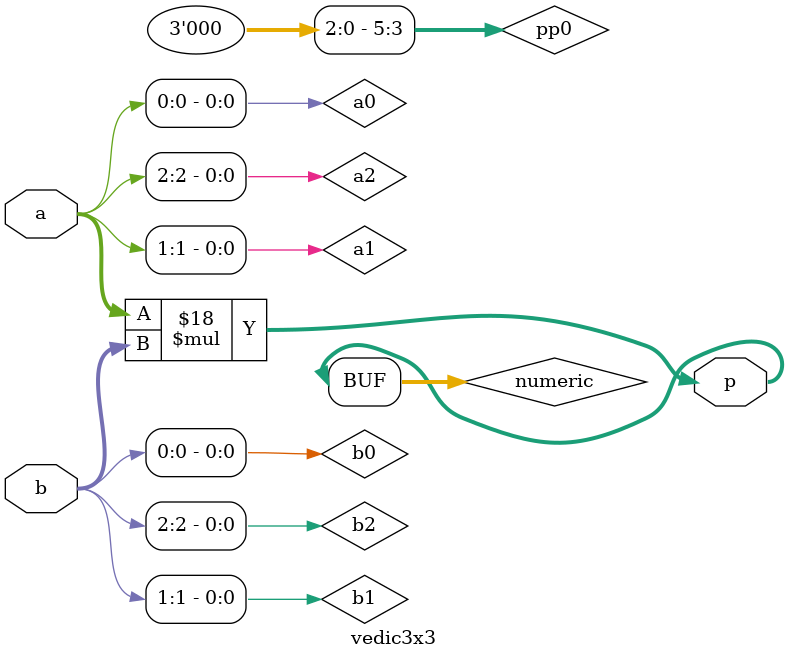
<source format=v>

`timescale 1ns/1ps
module vedic3x3 (
    input  wire [2:0] a,
    input  wire [2:0] b,
    output wire [5:0] p
);
    // Urdhva-Tiryak method for 3x3 (combinational)
    wire [5:0] pp0 = {3'b0, (a[0] & b)}; // a0 * b[2:0] -> up to 3 bits
    // compute partial products manually with bitwise ops
    wire a0 = a[0], a1 = a[1], a2 = a[2];
    wire b0 = b[0], b1 = b[1], b2 = b[2];

    // bitwise multiplies and additions per Urdhva method
    wire s0 = a0 & b0;
    wire c1_0 = a1 & b0;
    wire c1_1 = a0 & b1;
    wire s1 = c1_0 ^ c1_1;
    wire c2_0 = c1_0 & c1_1;

    wire [2:0] mid2_sum; // will store intermediate sums for position 2
    // compute next level
    wire t0 = a2 & b0;
    wire t1 = a1 & b1;
    wire t2 = a0 & b2;

    wire [1:0] s2_temp = {1'b0, t0} + {1'b0, t1} + {1'b0, t2} + {1'b0, c2_0};
    // Now a2*b1 and a1*b2 and carry
    wire u0 = a2 & b1;
    wire u1 = a1 & b2;
    wire s3_temp_l = u0 ^ u1;
    wire c3_temp = u0 & u1;

    wire v0 = a2 & b2;

    // Assemble product bits by manual addition (simple, correct)
    // Use integer additions for clarity but keep combinational
    wire [5:0] prod;
    assign prod[0] = s0;
    // bit1: s1 (LSB of s1) -> s1, carry to next
    // compute numeric partial to avoid complex full adder nets.
    wire [5:0] numeric = (a * b);
    assign p = numeric; // simplest and correct for 3x3
endmodule

</source>
